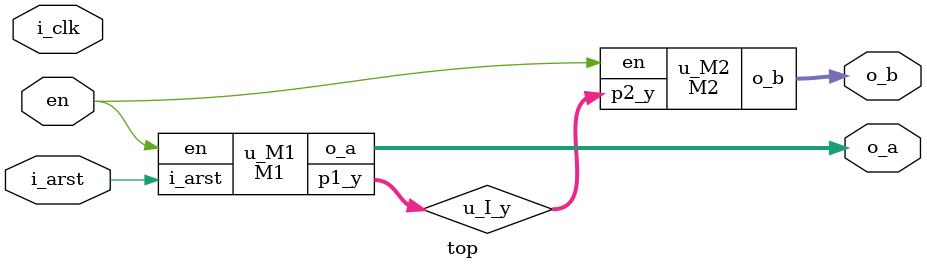
<source format=v>

module M2 ( p2_y, o_b, en);
// pragma CVASTRPROP MODULE HDLICE HDL_MODULE_ATTRIBUTE "0 vlog atb"
input [7:0] p2_y;
output [7:0] o_b;
input en;
Q_LDP0 U0 ( .G(en), .D(p2_y[0]), .Q(o_b[0]), .QN( ));
Q_LDP0 U1 ( .G(en), .D(p2_y[1]), .Q(o_b[1]), .QN( ));
Q_LDP0 U2 ( .G(en), .D(p2_y[2]), .Q(o_b[2]), .QN( ));
Q_LDP0 U3 ( .G(en), .D(p2_y[3]), .Q(o_b[3]), .QN( ));
Q_LDP0 U4 ( .G(en), .D(p2_y[4]), .Q(o_b[4]), .QN( ));
Q_LDP0 U5 ( .G(en), .D(p2_y[5]), .Q(o_b[5]), .QN( ));
Q_LDP0 U6 ( .G(en), .D(p2_y[6]), .Q(o_b[6]), .QN( ));
Q_LDP0 U7 ( .G(en), .D(p2_y[7]), .Q(o_b[7]), .QN( ));
endmodule

module M1 ( p1_y, o_a, en, i_arst);
// pragma CVASTRPROP MODULE HDLICE HDL_MODULE_ATTRIBUTE "0 vlog atb"
output [7:0] p1_y;
output [7:0] o_a;
input en;
input i_arst;
Q_BUF U0 ( .A(p1_y[5]), .Z(p1_y[0]));
Q_BUF U1 ( .A(p1_y[5]), .Z(o_a[0]));
Q_BUF U2 ( .A(p1_y[5]), .Z(p1_y[2]));
Q_BUF U3 ( .A(p1_y[5]), .Z(o_a[2]));
Q_BUF U4 ( .A(p1_y[5]), .Z(p1_y[1]));
Q_BUF U5 ( .A(p1_y[5]), .Z(o_a[1]));
Q_BUF U6 ( .A(p1_y[5]), .Z(p1_y[3]));
Q_BUF U7 ( .A(p1_y[5]), .Z(o_a[3]));
Q_BUF U8 ( .A(p1_y[5]), .Z(p1_y[4]));
Q_BUF U9 ( .A(p1_y[5]), .Z(o_a[4]));
Q_BUF U10 ( .A(p1_y[5]), .Z(p1_y[7]));
Q_BUF U11 ( .A(p1_y[5]), .Z(o_a[7]));
Q_BUF U12 ( .A(p1_y[5]), .Z(p1_y[6]));
Q_BUF U13 ( .A(p1_y[5]), .Z(o_a[6]));
Q_BUF U14 ( .A(p1_y[5]), .Z(o_a[5]));
Q_LDP0 U15 ( .G(n2), .D(i_arst), .Q(p1_y[5]), .QN( ));
Q_INV U16 ( .A(en), .Z(n1));
Q_ND02 U17 ( .A0(i_arst), .A1(n1), .Z(n2));
// pragma CVASTRPROP MODULE HDLICE HDL_MEMORY_DECL_m1 "p1_y 1 -2147483647 -2147483647 7 0"
// pragma CVASTRPROP MODULE HDLICE HDL_MEMORY_NON_CMM "1"
endmodule

module top ( en, i_clk, i_arst, o_a, o_b);
// pragma CVASTRPROP MODULE HDLICE HDL_MODULE_ATTRIBUTE "0 vlog atb"
input en;
input i_clk;
input i_arst;
output [7:0] o_a;
output [7:0] o_b;
wire [7:0] u_I_y;
M1 u_M1 ( .p1_y( u_I_y[7:0]), .o_a( o_a[7:0]), .en( en), .i_arst( i_arst));
M2 u_M2 ( .p2_y( u_I_y[7:0]), .o_b( o_b[7:0]), .en( en));
// pragma CVASTRPROP MODULE HDLICE HDL_MEMORY_DECL_m1 "u_I_y 1 -2147483647 -2147483647 7 0"
// pragma CVASTRPROP MODULE HDLICE HDL_MEMORY_NON_CMM "1"
`ifdef Q_DISPLAY_BUFFER_USE
`ifdef CBV
`else
Q_DISPLAY_BUFFER Q_DISPLAY_BUFFER ();
`endif
`endif
`ifdef Q_HDL_ROOT_USE
Q_HDL_ROOT Q_HDL_ROOT ();
`endif
endmodule

</source>
